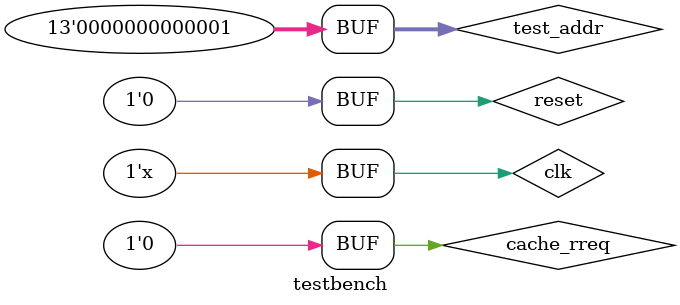
<source format=v>
`timescale 1ns / 1ps


module testbench();

reg clk;
reg reset;
reg [12:0] test_addr;
reg cache_rreq;

wire [7:0] cache_rdata;
wire cache_hit;

wire rreq_cache2mem;
wire [12:0] raddr_cache2mem;
wire [31:0] rdata_mem2cache;
wire rvalid_mem2cache;

cache cache0(      .clk(clk),
                .reset(reset),
                .raddr_from_cpu(test_addr),
                .rreq_from_cpu(cache_rreq),
                .rdata_to_cpu(cache_rdata),
                .hit_to_cpu(cache_hit),
                .rreq_to_mem(rreq_cache2mem),
                .raddr_to_mem(raddr_cache2mem),
                .rdata_from_mem(rdata_mem2cache),
                .rvalid_from_mem(rvalid_mem2cache) );
mem_wrap mem0(  .clk(clk),
                .reset(reset),
                .rreq(rreq_cache2mem),
                .raddr(raddr_cache2mem),
                .rdata(rdata_mem2cache),
                .rvalid(rvalid_mem2cache)
                 );

initial begin
    clk = 0;
    reset = 1;
    test_addr = 13'h0000;
    cache_rreq = 0;
    #30 reset = 0;
    #40 begin
        test_addr = 13'h0001;
        cache_rreq = 1;
    end
    #20 begin
        cache_rreq = 0;
    end
    #460 begin
        cache_rreq = 1;
        test_addr = 13'h1012;
    end
    #20 begin
        cache_rreq = 0;
    end
    #540 begin
        cache_rreq = 1;
        test_addr = 13'h0001;
    end
    #20 begin
        cache_rreq = 0;
    end
end

always begin
    #10 clk = ~clk;
end

endmodule

</source>
